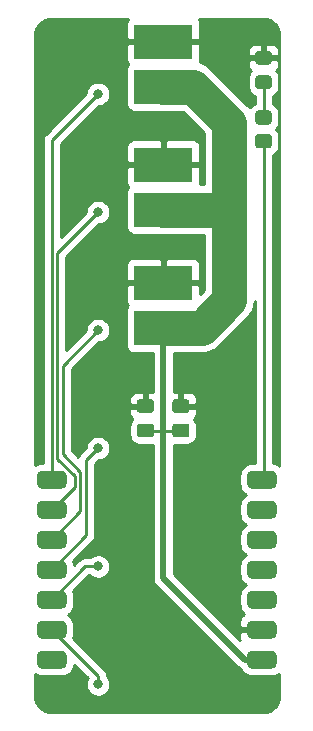
<source format=gbl>
G04 #@! TF.GenerationSoftware,KiCad,Pcbnew,5.1.9+dfsg1-1*
G04 #@! TF.CreationDate,2022-11-10T16:00:35+09:00*
G04 #@! TF.ProjectId,esp32-button,65737033-322d-4627-9574-746f6e2e6b69,rev?*
G04 #@! TF.SameCoordinates,Original*
G04 #@! TF.FileFunction,Copper,L2,Bot*
G04 #@! TF.FilePolarity,Positive*
%FSLAX46Y46*%
G04 Gerber Fmt 4.6, Leading zero omitted, Abs format (unit mm)*
G04 Created by KiCad (PCBNEW 5.1.9+dfsg1-1) date 2022-11-10 16:00:35*
%MOMM*%
%LPD*%
G01*
G04 APERTURE LIST*
G04 #@! TA.AperFunction,SMDPad,CuDef*
%ADD10R,5.000000X3.000000*%
G04 #@! TD*
G04 #@! TA.AperFunction,ViaPad*
%ADD11C,0.800000*%
G04 #@! TD*
G04 #@! TA.AperFunction,Conductor*
%ADD12C,0.250000*%
G04 #@! TD*
G04 #@! TA.AperFunction,Conductor*
%ADD13C,0.500000*%
G04 #@! TD*
G04 #@! TA.AperFunction,Conductor*
%ADD14C,3.000000*%
G04 #@! TD*
G04 #@! TA.AperFunction,Conductor*
%ADD15C,0.254000*%
G04 #@! TD*
G04 #@! TA.AperFunction,Conductor*
%ADD16C,0.100000*%
G04 #@! TD*
G04 APERTURE END LIST*
G04 #@! TA.AperFunction,SMDPad,CuDef*
G36*
G01*
X145975000Y-101087500D02*
X145025000Y-101087500D01*
G75*
G02*
X144775000Y-100837500I0J250000D01*
G01*
X144775000Y-100162500D01*
G75*
G02*
X145025000Y-99912500I250000J0D01*
G01*
X145975000Y-99912500D01*
G75*
G02*
X146225000Y-100162500I0J-250000D01*
G01*
X146225000Y-100837500D01*
G75*
G02*
X145975000Y-101087500I-250000J0D01*
G01*
G37*
G04 #@! TD.AperFunction*
G04 #@! TA.AperFunction,SMDPad,CuDef*
G36*
G01*
X145975000Y-99012500D02*
X145025000Y-99012500D01*
G75*
G02*
X144775000Y-98762500I0J250000D01*
G01*
X144775000Y-98087500D01*
G75*
G02*
X145025000Y-97837500I250000J0D01*
G01*
X145975000Y-97837500D01*
G75*
G02*
X146225000Y-98087500I0J-250000D01*
G01*
X146225000Y-98762500D01*
G75*
G02*
X145975000Y-99012500I-250000J0D01*
G01*
G37*
G04 #@! TD.AperFunction*
G04 #@! TA.AperFunction,SMDPad,CuDef*
G36*
G01*
X142975000Y-99012500D02*
X142025000Y-99012500D01*
G75*
G02*
X141775000Y-98762500I0J250000D01*
G01*
X141775000Y-98087500D01*
G75*
G02*
X142025000Y-97837500I250000J0D01*
G01*
X142975000Y-97837500D01*
G75*
G02*
X143225000Y-98087500I0J-250000D01*
G01*
X143225000Y-98762500D01*
G75*
G02*
X142975000Y-99012500I-250000J0D01*
G01*
G37*
G04 #@! TD.AperFunction*
G04 #@! TA.AperFunction,SMDPad,CuDef*
G36*
G01*
X142975000Y-101087500D02*
X142025000Y-101087500D01*
G75*
G02*
X141775000Y-100837500I0J250000D01*
G01*
X141775000Y-100162500D01*
G75*
G02*
X142025000Y-99912500I250000J0D01*
G01*
X142975000Y-99912500D01*
G75*
G02*
X143225000Y-100162500I0J-250000D01*
G01*
X143225000Y-100837500D01*
G75*
G02*
X142975000Y-101087500I-250000J0D01*
G01*
G37*
G04 #@! TD.AperFunction*
G04 #@! TA.AperFunction,SMDPad,CuDef*
G36*
G01*
X152049999Y-68375000D02*
X152950001Y-68375000D01*
G75*
G02*
X153200000Y-68624999I0J-249999D01*
G01*
X153200000Y-69275001D01*
G75*
G02*
X152950001Y-69525000I-249999J0D01*
G01*
X152049999Y-69525000D01*
G75*
G02*
X151800000Y-69275001I0J249999D01*
G01*
X151800000Y-68624999D01*
G75*
G02*
X152049999Y-68375000I249999J0D01*
G01*
G37*
G04 #@! TD.AperFunction*
G04 #@! TA.AperFunction,SMDPad,CuDef*
G36*
G01*
X152049999Y-70425000D02*
X152950001Y-70425000D01*
G75*
G02*
X153200000Y-70674999I0J-249999D01*
G01*
X153200000Y-71325001D01*
G75*
G02*
X152950001Y-71575000I-249999J0D01*
G01*
X152049999Y-71575000D01*
G75*
G02*
X151800000Y-71325001I0J249999D01*
G01*
X151800000Y-70674999D01*
G75*
G02*
X152049999Y-70425000I249999J0D01*
G01*
G37*
G04 #@! TD.AperFunction*
D10*
X144000000Y-88000000D03*
X144000000Y-91810000D03*
G04 #@! TA.AperFunction,SMDPad,CuDef*
G36*
G01*
X152049999Y-75400000D02*
X152950001Y-75400000D01*
G75*
G02*
X153200000Y-75649999I0J-249999D01*
G01*
X153200000Y-76350001D01*
G75*
G02*
X152950001Y-76600000I-249999J0D01*
G01*
X152049999Y-76600000D01*
G75*
G02*
X151800000Y-76350001I0J249999D01*
G01*
X151800000Y-75649999D01*
G75*
G02*
X152049999Y-75400000I249999J0D01*
G01*
G37*
G04 #@! TD.AperFunction*
G04 #@! TA.AperFunction,SMDPad,CuDef*
G36*
G01*
X152049999Y-73400000D02*
X152950001Y-73400000D01*
G75*
G02*
X153200000Y-73649999I0J-249999D01*
G01*
X153200000Y-74350001D01*
G75*
G02*
X152950001Y-74600000I-249999J0D01*
G01*
X152049999Y-74600000D01*
G75*
G02*
X151800000Y-74350001I0J249999D01*
G01*
X151800000Y-73649999D01*
G75*
G02*
X152049999Y-73400000I249999J0D01*
G01*
G37*
G04 #@! TD.AperFunction*
G04 #@! TA.AperFunction,SMDPad,CuDef*
G36*
G01*
X133320000Y-120275000D02*
X133320000Y-119525000D01*
G75*
G02*
X133695000Y-119150000I375000J0D01*
G01*
X135445000Y-119150000D01*
G75*
G02*
X135820000Y-119525000I0J-375000D01*
G01*
X135820000Y-120275000D01*
G75*
G02*
X135445000Y-120650000I-375000J0D01*
G01*
X133695000Y-120650000D01*
G75*
G02*
X133320000Y-120275000I0J375000D01*
G01*
G37*
G04 #@! TD.AperFunction*
G04 #@! TA.AperFunction,SMDPad,CuDef*
G36*
G01*
X133320000Y-117735000D02*
X133320000Y-116985000D01*
G75*
G02*
X133695000Y-116610000I375000J0D01*
G01*
X135445000Y-116610000D01*
G75*
G02*
X135820000Y-116985000I0J-375000D01*
G01*
X135820000Y-117735000D01*
G75*
G02*
X135445000Y-118110000I-375000J0D01*
G01*
X133695000Y-118110000D01*
G75*
G02*
X133320000Y-117735000I0J375000D01*
G01*
G37*
G04 #@! TD.AperFunction*
G04 #@! TA.AperFunction,SMDPad,CuDef*
G36*
G01*
X133320000Y-115195000D02*
X133320000Y-114445000D01*
G75*
G02*
X133695000Y-114070000I375000J0D01*
G01*
X135445000Y-114070000D01*
G75*
G02*
X135820000Y-114445000I0J-375000D01*
G01*
X135820000Y-115195000D01*
G75*
G02*
X135445000Y-115570000I-375000J0D01*
G01*
X133695000Y-115570000D01*
G75*
G02*
X133320000Y-115195000I0J375000D01*
G01*
G37*
G04 #@! TD.AperFunction*
G04 #@! TA.AperFunction,SMDPad,CuDef*
G36*
G01*
X133320000Y-112655000D02*
X133320000Y-111905000D01*
G75*
G02*
X133695000Y-111530000I375000J0D01*
G01*
X135445000Y-111530000D01*
G75*
G02*
X135820000Y-111905000I0J-375000D01*
G01*
X135820000Y-112655000D01*
G75*
G02*
X135445000Y-113030000I-375000J0D01*
G01*
X133695000Y-113030000D01*
G75*
G02*
X133320000Y-112655000I0J375000D01*
G01*
G37*
G04 #@! TD.AperFunction*
G04 #@! TA.AperFunction,SMDPad,CuDef*
G36*
G01*
X133320000Y-110115000D02*
X133320000Y-109365000D01*
G75*
G02*
X133695000Y-108990000I375000J0D01*
G01*
X135445000Y-108990000D01*
G75*
G02*
X135820000Y-109365000I0J-375000D01*
G01*
X135820000Y-110115000D01*
G75*
G02*
X135445000Y-110490000I-375000J0D01*
G01*
X133695000Y-110490000D01*
G75*
G02*
X133320000Y-110115000I0J375000D01*
G01*
G37*
G04 #@! TD.AperFunction*
G04 #@! TA.AperFunction,SMDPad,CuDef*
G36*
G01*
X133320000Y-107575000D02*
X133320000Y-106825000D01*
G75*
G02*
X133695000Y-106450000I375000J0D01*
G01*
X135445000Y-106450000D01*
G75*
G02*
X135820000Y-106825000I0J-375000D01*
G01*
X135820000Y-107575000D01*
G75*
G02*
X135445000Y-107950000I-375000J0D01*
G01*
X133695000Y-107950000D01*
G75*
G02*
X133320000Y-107575000I0J375000D01*
G01*
G37*
G04 #@! TD.AperFunction*
G04 #@! TA.AperFunction,SMDPad,CuDef*
G36*
G01*
X133320000Y-105035000D02*
X133320000Y-104285000D01*
G75*
G02*
X133695000Y-103910000I375000J0D01*
G01*
X135445000Y-103910000D01*
G75*
G02*
X135820000Y-104285000I0J-375000D01*
G01*
X135820000Y-105035000D01*
G75*
G02*
X135445000Y-105410000I-375000J0D01*
G01*
X133695000Y-105410000D01*
G75*
G02*
X133320000Y-105035000I0J375000D01*
G01*
G37*
G04 #@! TD.AperFunction*
G04 #@! TA.AperFunction,SMDPad,CuDef*
G36*
G01*
X151100000Y-105035000D02*
X151100000Y-104285000D01*
G75*
G02*
X151475000Y-103910000I375000J0D01*
G01*
X153225000Y-103910000D01*
G75*
G02*
X153600000Y-104285000I0J-375000D01*
G01*
X153600000Y-105035000D01*
G75*
G02*
X153225000Y-105410000I-375000J0D01*
G01*
X151475000Y-105410000D01*
G75*
G02*
X151100000Y-105035000I0J375000D01*
G01*
G37*
G04 #@! TD.AperFunction*
G04 #@! TA.AperFunction,SMDPad,CuDef*
G36*
G01*
X151100000Y-107575000D02*
X151100000Y-106825000D01*
G75*
G02*
X151475000Y-106450000I375000J0D01*
G01*
X153225000Y-106450000D01*
G75*
G02*
X153600000Y-106825000I0J-375000D01*
G01*
X153600000Y-107575000D01*
G75*
G02*
X153225000Y-107950000I-375000J0D01*
G01*
X151475000Y-107950000D01*
G75*
G02*
X151100000Y-107575000I0J375000D01*
G01*
G37*
G04 #@! TD.AperFunction*
G04 #@! TA.AperFunction,SMDPad,CuDef*
G36*
G01*
X151100000Y-110115000D02*
X151100000Y-109365000D01*
G75*
G02*
X151475000Y-108990000I375000J0D01*
G01*
X153225000Y-108990000D01*
G75*
G02*
X153600000Y-109365000I0J-375000D01*
G01*
X153600000Y-110115000D01*
G75*
G02*
X153225000Y-110490000I-375000J0D01*
G01*
X151475000Y-110490000D01*
G75*
G02*
X151100000Y-110115000I0J375000D01*
G01*
G37*
G04 #@! TD.AperFunction*
G04 #@! TA.AperFunction,SMDPad,CuDef*
G36*
G01*
X151100000Y-112655000D02*
X151100000Y-111905000D01*
G75*
G02*
X151475000Y-111530000I375000J0D01*
G01*
X153225000Y-111530000D01*
G75*
G02*
X153600000Y-111905000I0J-375000D01*
G01*
X153600000Y-112655000D01*
G75*
G02*
X153225000Y-113030000I-375000J0D01*
G01*
X151475000Y-113030000D01*
G75*
G02*
X151100000Y-112655000I0J375000D01*
G01*
G37*
G04 #@! TD.AperFunction*
G04 #@! TA.AperFunction,SMDPad,CuDef*
G36*
G01*
X151100000Y-115195000D02*
X151100000Y-114445000D01*
G75*
G02*
X151475000Y-114070000I375000J0D01*
G01*
X153225000Y-114070000D01*
G75*
G02*
X153600000Y-114445000I0J-375000D01*
G01*
X153600000Y-115195000D01*
G75*
G02*
X153225000Y-115570000I-375000J0D01*
G01*
X151475000Y-115570000D01*
G75*
G02*
X151100000Y-115195000I0J375000D01*
G01*
G37*
G04 #@! TD.AperFunction*
G04 #@! TA.AperFunction,SMDPad,CuDef*
G36*
G01*
X151100000Y-117735000D02*
X151100000Y-116985000D01*
G75*
G02*
X151475000Y-116610000I375000J0D01*
G01*
X153225000Y-116610000D01*
G75*
G02*
X153600000Y-116985000I0J-375000D01*
G01*
X153600000Y-117735000D01*
G75*
G02*
X153225000Y-118110000I-375000J0D01*
G01*
X151475000Y-118110000D01*
G75*
G02*
X151100000Y-117735000I0J375000D01*
G01*
G37*
G04 #@! TD.AperFunction*
G04 #@! TA.AperFunction,SMDPad,CuDef*
G36*
G01*
X151100000Y-120275000D02*
X151100000Y-119525000D01*
G75*
G02*
X151475000Y-119150000I375000J0D01*
G01*
X153225000Y-119150000D01*
G75*
G02*
X153600000Y-119525000I0J-375000D01*
G01*
X153600000Y-120275000D01*
G75*
G02*
X153225000Y-120650000I-375000J0D01*
G01*
X151475000Y-120650000D01*
G75*
G02*
X151100000Y-120275000I0J375000D01*
G01*
G37*
G04 #@! TD.AperFunction*
X144018000Y-77978000D03*
X144018000Y-81788000D03*
X144018000Y-71374000D03*
X144018000Y-67564000D03*
D11*
X140000000Y-99500000D03*
X140000000Y-119500000D03*
X140000000Y-109500000D03*
X148000000Y-109500000D03*
X140000000Y-89500000D03*
X140000000Y-79500000D03*
X140000000Y-69500000D03*
X148000000Y-69500000D03*
X148000000Y-99500000D03*
X148000000Y-119500000D03*
X138500000Y-122000000D03*
X138500000Y-112000000D03*
X138500000Y-102000000D03*
X138500000Y-92000000D03*
X138500000Y-82000000D03*
X138500000Y-72000000D03*
D12*
X142500000Y-100500000D02*
X144000000Y-100500000D01*
D13*
X144000000Y-100500000D02*
X144000000Y-91810000D01*
D12*
X144000000Y-100500000D02*
X145500000Y-100500000D01*
D13*
X150900000Y-119900000D02*
X144000000Y-113000000D01*
X152350000Y-119900000D02*
X150900000Y-119900000D01*
X144000000Y-113000000D02*
X144000000Y-100500000D01*
D14*
X144018000Y-71374000D02*
X146558000Y-71374000D01*
X146558000Y-71374000D02*
X149606000Y-74422000D01*
X147250002Y-91810000D02*
X144000000Y-91810000D01*
X149606000Y-89454002D02*
X147250002Y-91810000D01*
X149098000Y-81788000D02*
X149606000Y-81280000D01*
X144018000Y-81788000D02*
X149098000Y-81788000D01*
X149606000Y-81280000D02*
X149606000Y-89454002D01*
X149606000Y-74422000D02*
X149606000Y-81280000D01*
D12*
X152500000Y-71000000D02*
X152500000Y-74000000D01*
X138500000Y-121290000D02*
X138500000Y-122000000D01*
X134570000Y-117360000D02*
X138500000Y-121290000D01*
X137390000Y-112000000D02*
X134570000Y-114820000D01*
X138500000Y-112000000D02*
X137390000Y-112000000D01*
X134570000Y-112280000D02*
X137500000Y-109350000D01*
X137500000Y-103000000D02*
X138500000Y-102000000D01*
X137500000Y-109350000D02*
X137500000Y-103000000D01*
X135500000Y-95000000D02*
X138500000Y-92000000D01*
X135500000Y-102500000D02*
X135500000Y-95000000D01*
X137000000Y-107310000D02*
X137000000Y-104000000D01*
X137000000Y-104000000D02*
X135500000Y-102500000D01*
X134570000Y-109740000D02*
X137000000Y-107310000D01*
X134570000Y-107200000D02*
X136500000Y-105270000D01*
X136500000Y-104350034D02*
X135020010Y-102870044D01*
X136500000Y-105270000D02*
X136500000Y-104350034D01*
X135020010Y-85479990D02*
X138500000Y-82000000D01*
X135020010Y-102870044D02*
X135020010Y-85479990D01*
X134570000Y-75930000D02*
X138500000Y-72000000D01*
X134570000Y-104660000D02*
X134570000Y-75930000D01*
X152500000Y-104510000D02*
X152350000Y-104660000D01*
X152500000Y-76000000D02*
X152500000Y-104510000D01*
D15*
X140987463Y-65709506D02*
X140928498Y-65819820D01*
X140892188Y-65939518D01*
X140879928Y-66064000D01*
X140883000Y-67278250D01*
X141041750Y-67437000D01*
X143891000Y-67437000D01*
X143891000Y-67417000D01*
X144145000Y-67417000D01*
X144145000Y-67437000D01*
X146994250Y-67437000D01*
X147153000Y-67278250D01*
X147156072Y-66064000D01*
X147143812Y-65939518D01*
X147107502Y-65819820D01*
X147048537Y-65709506D01*
X147007909Y-65660000D01*
X152467721Y-65660000D01*
X152759659Y-65688625D01*
X153009429Y-65764035D01*
X153239792Y-65886522D01*
X153441980Y-66051422D01*
X153608286Y-66252450D01*
X153732378Y-66481954D01*
X153809531Y-66731195D01*
X153840001Y-67021098D01*
X153840000Y-103485474D01*
X153787833Y-103442661D01*
X153612686Y-103349044D01*
X153422641Y-103291394D01*
X153260000Y-103275375D01*
X153260000Y-77179527D01*
X153289851Y-77170472D01*
X153443387Y-77088405D01*
X153577962Y-76977962D01*
X153688405Y-76843387D01*
X153770472Y-76689851D01*
X153821008Y-76523255D01*
X153838072Y-76350001D01*
X153838072Y-75649999D01*
X153821008Y-75476745D01*
X153770472Y-75310149D01*
X153688405Y-75156613D01*
X153577962Y-75022038D01*
X153551109Y-75000000D01*
X153577962Y-74977962D01*
X153688405Y-74843387D01*
X153770472Y-74689851D01*
X153821008Y-74523255D01*
X153838072Y-74350001D01*
X153838072Y-73649999D01*
X153821008Y-73476745D01*
X153770472Y-73310149D01*
X153688405Y-73156613D01*
X153577962Y-73022038D01*
X153443387Y-72911595D01*
X153289851Y-72829528D01*
X153260000Y-72820473D01*
X153260000Y-72154527D01*
X153289851Y-72145472D01*
X153443387Y-72063405D01*
X153577962Y-71952962D01*
X153688405Y-71818387D01*
X153770472Y-71664851D01*
X153821008Y-71498255D01*
X153838072Y-71325001D01*
X153838072Y-70674999D01*
X153821008Y-70501745D01*
X153770472Y-70335149D01*
X153688405Y-70181613D01*
X153577962Y-70047038D01*
X153571406Y-70041658D01*
X153651185Y-69976185D01*
X153730537Y-69879494D01*
X153789502Y-69769180D01*
X153825812Y-69649482D01*
X153838072Y-69525000D01*
X153835000Y-69235750D01*
X153676250Y-69077000D01*
X152627000Y-69077000D01*
X152627000Y-69097000D01*
X152373000Y-69097000D01*
X152373000Y-69077000D01*
X151323750Y-69077000D01*
X151165000Y-69235750D01*
X151161928Y-69525000D01*
X151174188Y-69649482D01*
X151210498Y-69769180D01*
X151269463Y-69879494D01*
X151348815Y-69976185D01*
X151428594Y-70041658D01*
X151422038Y-70047038D01*
X151311595Y-70181613D01*
X151229528Y-70335149D01*
X151178992Y-70501745D01*
X151161928Y-70674999D01*
X151161928Y-71325001D01*
X151178992Y-71498255D01*
X151229528Y-71664851D01*
X151311595Y-71818387D01*
X151422038Y-71952962D01*
X151556613Y-72063405D01*
X151710149Y-72145472D01*
X151740000Y-72154527D01*
X151740001Y-72820473D01*
X151710149Y-72829528D01*
X151556613Y-72911595D01*
X151422038Y-73022038D01*
X151320524Y-73145734D01*
X151122977Y-72905023D01*
X151041513Y-72838167D01*
X148141837Y-69938492D01*
X148074977Y-69857023D01*
X147749881Y-69590223D01*
X147378982Y-69391974D01*
X147106839Y-69309420D01*
X147107502Y-69308180D01*
X147143812Y-69188482D01*
X147156072Y-69064000D01*
X147154329Y-68375000D01*
X151161928Y-68375000D01*
X151165000Y-68664250D01*
X151323750Y-68823000D01*
X152373000Y-68823000D01*
X152373000Y-67898750D01*
X152627000Y-67898750D01*
X152627000Y-68823000D01*
X153676250Y-68823000D01*
X153835000Y-68664250D01*
X153838072Y-68375000D01*
X153825812Y-68250518D01*
X153789502Y-68130820D01*
X153730537Y-68020506D01*
X153651185Y-67923815D01*
X153554494Y-67844463D01*
X153444180Y-67785498D01*
X153324482Y-67749188D01*
X153200000Y-67736928D01*
X152785750Y-67740000D01*
X152627000Y-67898750D01*
X152373000Y-67898750D01*
X152214250Y-67740000D01*
X151800000Y-67736928D01*
X151675518Y-67749188D01*
X151555820Y-67785498D01*
X151445506Y-67844463D01*
X151348815Y-67923815D01*
X151269463Y-68020506D01*
X151210498Y-68130820D01*
X151174188Y-68250518D01*
X151161928Y-68375000D01*
X147154329Y-68375000D01*
X147153000Y-67849750D01*
X146994250Y-67691000D01*
X144145000Y-67691000D01*
X144145000Y-67711000D01*
X143891000Y-67711000D01*
X143891000Y-67691000D01*
X141041750Y-67691000D01*
X140883000Y-67849750D01*
X140879928Y-69064000D01*
X140892188Y-69188482D01*
X140928498Y-69308180D01*
X140987463Y-69418494D01*
X141028912Y-69469000D01*
X140987463Y-69519506D01*
X140928498Y-69629820D01*
X140892188Y-69749518D01*
X140879928Y-69874000D01*
X140879928Y-72874000D01*
X140892188Y-72998482D01*
X140928498Y-73118180D01*
X140987463Y-73228494D01*
X141066815Y-73325185D01*
X141163506Y-73404537D01*
X141273820Y-73463502D01*
X141393518Y-73499812D01*
X141518000Y-73512072D01*
X145676727Y-73512072D01*
X147471000Y-75306346D01*
X147471001Y-79653000D01*
X147128488Y-79653000D01*
X147143812Y-79602482D01*
X147156072Y-79478000D01*
X147153000Y-78263750D01*
X146994250Y-78105000D01*
X144145000Y-78105000D01*
X144145000Y-78125000D01*
X143891000Y-78125000D01*
X143891000Y-78105000D01*
X141041750Y-78105000D01*
X140883000Y-78263750D01*
X140879928Y-79478000D01*
X140892188Y-79602482D01*
X140928498Y-79722180D01*
X140987463Y-79832494D01*
X141028912Y-79883000D01*
X140987463Y-79933506D01*
X140928498Y-80043820D01*
X140892188Y-80163518D01*
X140879928Y-80288000D01*
X140879928Y-83288000D01*
X140892188Y-83412482D01*
X140928498Y-83532180D01*
X140987463Y-83642494D01*
X141066815Y-83739185D01*
X141163506Y-83818537D01*
X141273820Y-83877502D01*
X141393518Y-83913812D01*
X141518000Y-83926072D01*
X146518000Y-83926072D01*
X146549192Y-83923000D01*
X147471000Y-83923000D01*
X147471001Y-88569655D01*
X147136564Y-88904092D01*
X147135000Y-88285750D01*
X146976250Y-88127000D01*
X144127000Y-88127000D01*
X144127000Y-88147000D01*
X143873000Y-88147000D01*
X143873000Y-88127000D01*
X141023750Y-88127000D01*
X140865000Y-88285750D01*
X140861928Y-89500000D01*
X140874188Y-89624482D01*
X140910498Y-89744180D01*
X140969463Y-89854494D01*
X141010912Y-89905000D01*
X140969463Y-89955506D01*
X140910498Y-90065820D01*
X140874188Y-90185518D01*
X140861928Y-90310000D01*
X140861928Y-93310000D01*
X140874188Y-93434482D01*
X140910498Y-93554180D01*
X140969463Y-93664494D01*
X141048815Y-93761185D01*
X141145506Y-93840537D01*
X141255820Y-93899502D01*
X141375518Y-93935812D01*
X141500000Y-93948072D01*
X143115001Y-93948072D01*
X143115000Y-97200197D01*
X142785750Y-97202500D01*
X142627000Y-97361250D01*
X142627000Y-98298000D01*
X142647000Y-98298000D01*
X142647000Y-98552000D01*
X142627000Y-98552000D01*
X142627000Y-98572000D01*
X142373000Y-98572000D01*
X142373000Y-98552000D01*
X141298750Y-98552000D01*
X141140000Y-98710750D01*
X141136928Y-99012500D01*
X141149188Y-99136982D01*
X141185498Y-99256680D01*
X141244463Y-99366994D01*
X141323815Y-99463685D01*
X141403594Y-99529158D01*
X141397038Y-99534538D01*
X141286595Y-99669114D01*
X141204528Y-99822650D01*
X141153992Y-99989246D01*
X141136928Y-100162500D01*
X141136928Y-100837500D01*
X141153992Y-101010754D01*
X141204528Y-101177350D01*
X141286595Y-101330886D01*
X141397038Y-101465462D01*
X141531614Y-101575905D01*
X141685150Y-101657972D01*
X141851746Y-101708508D01*
X142025000Y-101725572D01*
X142975000Y-101725572D01*
X143115001Y-101711783D01*
X143115000Y-112956531D01*
X143110719Y-113000000D01*
X143115000Y-113043469D01*
X143115000Y-113043476D01*
X143127805Y-113173489D01*
X143178411Y-113340312D01*
X143260589Y-113494058D01*
X143371183Y-113628817D01*
X143404956Y-113656534D01*
X150243470Y-120495049D01*
X150271183Y-120528817D01*
X150304951Y-120556530D01*
X150304953Y-120556532D01*
X150405941Y-120639411D01*
X150559686Y-120721589D01*
X150572626Y-120725514D01*
X150632661Y-120837833D01*
X150758650Y-120991350D01*
X150912167Y-121117339D01*
X151087314Y-121210956D01*
X151277359Y-121268606D01*
X151475000Y-121288072D01*
X153225000Y-121288072D01*
X153422641Y-121268606D01*
X153612686Y-121210956D01*
X153787833Y-121117339D01*
X153840000Y-121074526D01*
X153840000Y-122967721D01*
X153811375Y-123259660D01*
X153735965Y-123509429D01*
X153613477Y-123739794D01*
X153448579Y-123941979D01*
X153247546Y-124108288D01*
X153018046Y-124232378D01*
X152768805Y-124309531D01*
X152478911Y-124340000D01*
X134532279Y-124340000D01*
X134240340Y-124311375D01*
X133990571Y-124235965D01*
X133760206Y-124113477D01*
X133558021Y-123948579D01*
X133391712Y-123747546D01*
X133267622Y-123518046D01*
X133190469Y-123268805D01*
X133160000Y-122978911D01*
X133160000Y-121132216D01*
X133307314Y-121210956D01*
X133497359Y-121268606D01*
X133695000Y-121288072D01*
X135445000Y-121288072D01*
X135642641Y-121268606D01*
X135832686Y-121210956D01*
X136007833Y-121117339D01*
X136161350Y-120991350D01*
X136287339Y-120837833D01*
X136380956Y-120662686D01*
X136438606Y-120472641D01*
X136453780Y-120318581D01*
X137607688Y-121472489D01*
X137582795Y-121509744D01*
X137504774Y-121698102D01*
X137465000Y-121898061D01*
X137465000Y-122101939D01*
X137504774Y-122301898D01*
X137582795Y-122490256D01*
X137696063Y-122659774D01*
X137840226Y-122803937D01*
X138009744Y-122917205D01*
X138198102Y-122995226D01*
X138398061Y-123035000D01*
X138601939Y-123035000D01*
X138801898Y-122995226D01*
X138990256Y-122917205D01*
X139159774Y-122803937D01*
X139303937Y-122659774D01*
X139417205Y-122490256D01*
X139495226Y-122301898D01*
X139535000Y-122101939D01*
X139535000Y-121898061D01*
X139495226Y-121698102D01*
X139417205Y-121509744D01*
X139303937Y-121340226D01*
X139262782Y-121299071D01*
X139263676Y-121289999D01*
X139260000Y-121252676D01*
X139260000Y-121252667D01*
X139249003Y-121141014D01*
X139205546Y-120997753D01*
X139134974Y-120865724D01*
X139040001Y-120749999D01*
X139011004Y-120726202D01*
X136387131Y-118102330D01*
X136438606Y-117932641D01*
X136458072Y-117735000D01*
X136458072Y-116985000D01*
X136438606Y-116787359D01*
X136380956Y-116597314D01*
X136287339Y-116422167D01*
X136161350Y-116268650D01*
X136007833Y-116142661D01*
X135909310Y-116090000D01*
X136007833Y-116037339D01*
X136161350Y-115911350D01*
X136287339Y-115757833D01*
X136380956Y-115582686D01*
X136438606Y-115392641D01*
X136458072Y-115195000D01*
X136458072Y-114445000D01*
X136438606Y-114247359D01*
X136387131Y-114077670D01*
X137704802Y-112760000D01*
X137796289Y-112760000D01*
X137840226Y-112803937D01*
X138009744Y-112917205D01*
X138198102Y-112995226D01*
X138398061Y-113035000D01*
X138601939Y-113035000D01*
X138801898Y-112995226D01*
X138990256Y-112917205D01*
X139159774Y-112803937D01*
X139303937Y-112659774D01*
X139417205Y-112490256D01*
X139495226Y-112301898D01*
X139535000Y-112101939D01*
X139535000Y-111898061D01*
X139495226Y-111698102D01*
X139417205Y-111509744D01*
X139303937Y-111340226D01*
X139159774Y-111196063D01*
X138990256Y-111082795D01*
X138801898Y-111004774D01*
X138601939Y-110965000D01*
X138398061Y-110965000D01*
X138198102Y-111004774D01*
X138009744Y-111082795D01*
X137840226Y-111196063D01*
X137796289Y-111240000D01*
X137427322Y-111240000D01*
X137389999Y-111236324D01*
X137352676Y-111240000D01*
X137352667Y-111240000D01*
X137241014Y-111250997D01*
X137097753Y-111294454D01*
X136965724Y-111365026D01*
X136849999Y-111459999D01*
X136826201Y-111488997D01*
X136453780Y-111861419D01*
X136438606Y-111707359D01*
X136387131Y-111537670D01*
X138011004Y-109913798D01*
X138040001Y-109890001D01*
X138134974Y-109774276D01*
X138205546Y-109642247D01*
X138249003Y-109498986D01*
X138260000Y-109387333D01*
X138260000Y-109387325D01*
X138263676Y-109350000D01*
X138260000Y-109312675D01*
X138260000Y-103314801D01*
X138539802Y-103035000D01*
X138601939Y-103035000D01*
X138801898Y-102995226D01*
X138990256Y-102917205D01*
X139159774Y-102803937D01*
X139303937Y-102659774D01*
X139417205Y-102490256D01*
X139495226Y-102301898D01*
X139535000Y-102101939D01*
X139535000Y-101898061D01*
X139495226Y-101698102D01*
X139417205Y-101509744D01*
X139303937Y-101340226D01*
X139159774Y-101196063D01*
X138990256Y-101082795D01*
X138801898Y-101004774D01*
X138601939Y-100965000D01*
X138398061Y-100965000D01*
X138198102Y-101004774D01*
X138009744Y-101082795D01*
X137840226Y-101196063D01*
X137696063Y-101340226D01*
X137582795Y-101509744D01*
X137504774Y-101698102D01*
X137465000Y-101898061D01*
X137465000Y-101960198D01*
X136988998Y-102436201D01*
X136960000Y-102459999D01*
X136936202Y-102488997D01*
X136936201Y-102488998D01*
X136865026Y-102575724D01*
X136794454Y-102707754D01*
X136791685Y-102716883D01*
X136260000Y-102185199D01*
X136260000Y-97837500D01*
X141136928Y-97837500D01*
X141140000Y-98139250D01*
X141298750Y-98298000D01*
X142373000Y-98298000D01*
X142373000Y-97361250D01*
X142214250Y-97202500D01*
X141775000Y-97199428D01*
X141650518Y-97211688D01*
X141530820Y-97247998D01*
X141420506Y-97306963D01*
X141323815Y-97386315D01*
X141244463Y-97483006D01*
X141185498Y-97593320D01*
X141149188Y-97713018D01*
X141136928Y-97837500D01*
X136260000Y-97837500D01*
X136260000Y-95314801D01*
X138539802Y-93035000D01*
X138601939Y-93035000D01*
X138801898Y-92995226D01*
X138990256Y-92917205D01*
X139159774Y-92803937D01*
X139303937Y-92659774D01*
X139417205Y-92490256D01*
X139495226Y-92301898D01*
X139535000Y-92101939D01*
X139535000Y-91898061D01*
X139495226Y-91698102D01*
X139417205Y-91509744D01*
X139303937Y-91340226D01*
X139159774Y-91196063D01*
X138990256Y-91082795D01*
X138801898Y-91004774D01*
X138601939Y-90965000D01*
X138398061Y-90965000D01*
X138198102Y-91004774D01*
X138009744Y-91082795D01*
X137840226Y-91196063D01*
X137696063Y-91340226D01*
X137582795Y-91509744D01*
X137504774Y-91698102D01*
X137465000Y-91898061D01*
X137465000Y-91960198D01*
X135780010Y-93645189D01*
X135780010Y-86500000D01*
X140861928Y-86500000D01*
X140865000Y-87714250D01*
X141023750Y-87873000D01*
X143873000Y-87873000D01*
X143873000Y-86023750D01*
X144127000Y-86023750D01*
X144127000Y-87873000D01*
X146976250Y-87873000D01*
X147135000Y-87714250D01*
X147138072Y-86500000D01*
X147125812Y-86375518D01*
X147089502Y-86255820D01*
X147030537Y-86145506D01*
X146951185Y-86048815D01*
X146854494Y-85969463D01*
X146744180Y-85910498D01*
X146624482Y-85874188D01*
X146500000Y-85861928D01*
X144285750Y-85865000D01*
X144127000Y-86023750D01*
X143873000Y-86023750D01*
X143714250Y-85865000D01*
X141500000Y-85861928D01*
X141375518Y-85874188D01*
X141255820Y-85910498D01*
X141145506Y-85969463D01*
X141048815Y-86048815D01*
X140969463Y-86145506D01*
X140910498Y-86255820D01*
X140874188Y-86375518D01*
X140861928Y-86500000D01*
X135780010Y-86500000D01*
X135780010Y-85794791D01*
X138539802Y-83035000D01*
X138601939Y-83035000D01*
X138801898Y-82995226D01*
X138990256Y-82917205D01*
X139159774Y-82803937D01*
X139303937Y-82659774D01*
X139417205Y-82490256D01*
X139495226Y-82301898D01*
X139535000Y-82101939D01*
X139535000Y-81898061D01*
X139495226Y-81698102D01*
X139417205Y-81509744D01*
X139303937Y-81340226D01*
X139159774Y-81196063D01*
X138990256Y-81082795D01*
X138801898Y-81004774D01*
X138601939Y-80965000D01*
X138398061Y-80965000D01*
X138198102Y-81004774D01*
X138009744Y-81082795D01*
X137840226Y-81196063D01*
X137696063Y-81340226D01*
X137582795Y-81509744D01*
X137504774Y-81698102D01*
X137465000Y-81898061D01*
X137465000Y-81960198D01*
X135330000Y-84095199D01*
X135330000Y-76478000D01*
X140879928Y-76478000D01*
X140883000Y-77692250D01*
X141041750Y-77851000D01*
X143891000Y-77851000D01*
X143891000Y-76001750D01*
X144145000Y-76001750D01*
X144145000Y-77851000D01*
X146994250Y-77851000D01*
X147153000Y-77692250D01*
X147156072Y-76478000D01*
X147143812Y-76353518D01*
X147107502Y-76233820D01*
X147048537Y-76123506D01*
X146969185Y-76026815D01*
X146872494Y-75947463D01*
X146762180Y-75888498D01*
X146642482Y-75852188D01*
X146518000Y-75839928D01*
X144303750Y-75843000D01*
X144145000Y-76001750D01*
X143891000Y-76001750D01*
X143732250Y-75843000D01*
X141518000Y-75839928D01*
X141393518Y-75852188D01*
X141273820Y-75888498D01*
X141163506Y-75947463D01*
X141066815Y-76026815D01*
X140987463Y-76123506D01*
X140928498Y-76233820D01*
X140892188Y-76353518D01*
X140879928Y-76478000D01*
X135330000Y-76478000D01*
X135330000Y-76244801D01*
X138539802Y-73035000D01*
X138601939Y-73035000D01*
X138801898Y-72995226D01*
X138990256Y-72917205D01*
X139159774Y-72803937D01*
X139303937Y-72659774D01*
X139417205Y-72490256D01*
X139495226Y-72301898D01*
X139535000Y-72101939D01*
X139535000Y-71898061D01*
X139495226Y-71698102D01*
X139417205Y-71509744D01*
X139303937Y-71340226D01*
X139159774Y-71196063D01*
X138990256Y-71082795D01*
X138801898Y-71004774D01*
X138601939Y-70965000D01*
X138398061Y-70965000D01*
X138198102Y-71004774D01*
X138009744Y-71082795D01*
X137840226Y-71196063D01*
X137696063Y-71340226D01*
X137582795Y-71509744D01*
X137504774Y-71698102D01*
X137465000Y-71898061D01*
X137465000Y-71960198D01*
X134058998Y-75366201D01*
X134030000Y-75389999D01*
X134006202Y-75418997D01*
X134006201Y-75418998D01*
X133935026Y-75505724D01*
X133864454Y-75637754D01*
X133820998Y-75781015D01*
X133806324Y-75930000D01*
X133810001Y-75967333D01*
X133810000Y-103271928D01*
X133695000Y-103271928D01*
X133497359Y-103291394D01*
X133307314Y-103349044D01*
X133160000Y-103427784D01*
X133160000Y-67032279D01*
X133188625Y-66740341D01*
X133264035Y-66490571D01*
X133386522Y-66260208D01*
X133551422Y-66058020D01*
X133752450Y-65891714D01*
X133981954Y-65767622D01*
X134231195Y-65690469D01*
X134521088Y-65660000D01*
X141028091Y-65660000D01*
X140987463Y-65709506D01*
G04 #@! TA.AperFunction,Conductor*
D16*
G36*
X140987463Y-65709506D02*
G01*
X140928498Y-65819820D01*
X140892188Y-65939518D01*
X140879928Y-66064000D01*
X140883000Y-67278250D01*
X141041750Y-67437000D01*
X143891000Y-67437000D01*
X143891000Y-67417000D01*
X144145000Y-67417000D01*
X144145000Y-67437000D01*
X146994250Y-67437000D01*
X147153000Y-67278250D01*
X147156072Y-66064000D01*
X147143812Y-65939518D01*
X147107502Y-65819820D01*
X147048537Y-65709506D01*
X147007909Y-65660000D01*
X152467721Y-65660000D01*
X152759659Y-65688625D01*
X153009429Y-65764035D01*
X153239792Y-65886522D01*
X153441980Y-66051422D01*
X153608286Y-66252450D01*
X153732378Y-66481954D01*
X153809531Y-66731195D01*
X153840001Y-67021098D01*
X153840000Y-103485474D01*
X153787833Y-103442661D01*
X153612686Y-103349044D01*
X153422641Y-103291394D01*
X153260000Y-103275375D01*
X153260000Y-77179527D01*
X153289851Y-77170472D01*
X153443387Y-77088405D01*
X153577962Y-76977962D01*
X153688405Y-76843387D01*
X153770472Y-76689851D01*
X153821008Y-76523255D01*
X153838072Y-76350001D01*
X153838072Y-75649999D01*
X153821008Y-75476745D01*
X153770472Y-75310149D01*
X153688405Y-75156613D01*
X153577962Y-75022038D01*
X153551109Y-75000000D01*
X153577962Y-74977962D01*
X153688405Y-74843387D01*
X153770472Y-74689851D01*
X153821008Y-74523255D01*
X153838072Y-74350001D01*
X153838072Y-73649999D01*
X153821008Y-73476745D01*
X153770472Y-73310149D01*
X153688405Y-73156613D01*
X153577962Y-73022038D01*
X153443387Y-72911595D01*
X153289851Y-72829528D01*
X153260000Y-72820473D01*
X153260000Y-72154527D01*
X153289851Y-72145472D01*
X153443387Y-72063405D01*
X153577962Y-71952962D01*
X153688405Y-71818387D01*
X153770472Y-71664851D01*
X153821008Y-71498255D01*
X153838072Y-71325001D01*
X153838072Y-70674999D01*
X153821008Y-70501745D01*
X153770472Y-70335149D01*
X153688405Y-70181613D01*
X153577962Y-70047038D01*
X153571406Y-70041658D01*
X153651185Y-69976185D01*
X153730537Y-69879494D01*
X153789502Y-69769180D01*
X153825812Y-69649482D01*
X153838072Y-69525000D01*
X153835000Y-69235750D01*
X153676250Y-69077000D01*
X152627000Y-69077000D01*
X152627000Y-69097000D01*
X152373000Y-69097000D01*
X152373000Y-69077000D01*
X151323750Y-69077000D01*
X151165000Y-69235750D01*
X151161928Y-69525000D01*
X151174188Y-69649482D01*
X151210498Y-69769180D01*
X151269463Y-69879494D01*
X151348815Y-69976185D01*
X151428594Y-70041658D01*
X151422038Y-70047038D01*
X151311595Y-70181613D01*
X151229528Y-70335149D01*
X151178992Y-70501745D01*
X151161928Y-70674999D01*
X151161928Y-71325001D01*
X151178992Y-71498255D01*
X151229528Y-71664851D01*
X151311595Y-71818387D01*
X151422038Y-71952962D01*
X151556613Y-72063405D01*
X151710149Y-72145472D01*
X151740000Y-72154527D01*
X151740001Y-72820473D01*
X151710149Y-72829528D01*
X151556613Y-72911595D01*
X151422038Y-73022038D01*
X151320524Y-73145734D01*
X151122977Y-72905023D01*
X151041513Y-72838167D01*
X148141837Y-69938492D01*
X148074977Y-69857023D01*
X147749881Y-69590223D01*
X147378982Y-69391974D01*
X147106839Y-69309420D01*
X147107502Y-69308180D01*
X147143812Y-69188482D01*
X147156072Y-69064000D01*
X147154329Y-68375000D01*
X151161928Y-68375000D01*
X151165000Y-68664250D01*
X151323750Y-68823000D01*
X152373000Y-68823000D01*
X152373000Y-67898750D01*
X152627000Y-67898750D01*
X152627000Y-68823000D01*
X153676250Y-68823000D01*
X153835000Y-68664250D01*
X153838072Y-68375000D01*
X153825812Y-68250518D01*
X153789502Y-68130820D01*
X153730537Y-68020506D01*
X153651185Y-67923815D01*
X153554494Y-67844463D01*
X153444180Y-67785498D01*
X153324482Y-67749188D01*
X153200000Y-67736928D01*
X152785750Y-67740000D01*
X152627000Y-67898750D01*
X152373000Y-67898750D01*
X152214250Y-67740000D01*
X151800000Y-67736928D01*
X151675518Y-67749188D01*
X151555820Y-67785498D01*
X151445506Y-67844463D01*
X151348815Y-67923815D01*
X151269463Y-68020506D01*
X151210498Y-68130820D01*
X151174188Y-68250518D01*
X151161928Y-68375000D01*
X147154329Y-68375000D01*
X147153000Y-67849750D01*
X146994250Y-67691000D01*
X144145000Y-67691000D01*
X144145000Y-67711000D01*
X143891000Y-67711000D01*
X143891000Y-67691000D01*
X141041750Y-67691000D01*
X140883000Y-67849750D01*
X140879928Y-69064000D01*
X140892188Y-69188482D01*
X140928498Y-69308180D01*
X140987463Y-69418494D01*
X141028912Y-69469000D01*
X140987463Y-69519506D01*
X140928498Y-69629820D01*
X140892188Y-69749518D01*
X140879928Y-69874000D01*
X140879928Y-72874000D01*
X140892188Y-72998482D01*
X140928498Y-73118180D01*
X140987463Y-73228494D01*
X141066815Y-73325185D01*
X141163506Y-73404537D01*
X141273820Y-73463502D01*
X141393518Y-73499812D01*
X141518000Y-73512072D01*
X145676727Y-73512072D01*
X147471000Y-75306346D01*
X147471001Y-79653000D01*
X147128488Y-79653000D01*
X147143812Y-79602482D01*
X147156072Y-79478000D01*
X147153000Y-78263750D01*
X146994250Y-78105000D01*
X144145000Y-78105000D01*
X144145000Y-78125000D01*
X143891000Y-78125000D01*
X143891000Y-78105000D01*
X141041750Y-78105000D01*
X140883000Y-78263750D01*
X140879928Y-79478000D01*
X140892188Y-79602482D01*
X140928498Y-79722180D01*
X140987463Y-79832494D01*
X141028912Y-79883000D01*
X140987463Y-79933506D01*
X140928498Y-80043820D01*
X140892188Y-80163518D01*
X140879928Y-80288000D01*
X140879928Y-83288000D01*
X140892188Y-83412482D01*
X140928498Y-83532180D01*
X140987463Y-83642494D01*
X141066815Y-83739185D01*
X141163506Y-83818537D01*
X141273820Y-83877502D01*
X141393518Y-83913812D01*
X141518000Y-83926072D01*
X146518000Y-83926072D01*
X146549192Y-83923000D01*
X147471000Y-83923000D01*
X147471001Y-88569655D01*
X147136564Y-88904092D01*
X147135000Y-88285750D01*
X146976250Y-88127000D01*
X144127000Y-88127000D01*
X144127000Y-88147000D01*
X143873000Y-88147000D01*
X143873000Y-88127000D01*
X141023750Y-88127000D01*
X140865000Y-88285750D01*
X140861928Y-89500000D01*
X140874188Y-89624482D01*
X140910498Y-89744180D01*
X140969463Y-89854494D01*
X141010912Y-89905000D01*
X140969463Y-89955506D01*
X140910498Y-90065820D01*
X140874188Y-90185518D01*
X140861928Y-90310000D01*
X140861928Y-93310000D01*
X140874188Y-93434482D01*
X140910498Y-93554180D01*
X140969463Y-93664494D01*
X141048815Y-93761185D01*
X141145506Y-93840537D01*
X141255820Y-93899502D01*
X141375518Y-93935812D01*
X141500000Y-93948072D01*
X143115001Y-93948072D01*
X143115000Y-97200197D01*
X142785750Y-97202500D01*
X142627000Y-97361250D01*
X142627000Y-98298000D01*
X142647000Y-98298000D01*
X142647000Y-98552000D01*
X142627000Y-98552000D01*
X142627000Y-98572000D01*
X142373000Y-98572000D01*
X142373000Y-98552000D01*
X141298750Y-98552000D01*
X141140000Y-98710750D01*
X141136928Y-99012500D01*
X141149188Y-99136982D01*
X141185498Y-99256680D01*
X141244463Y-99366994D01*
X141323815Y-99463685D01*
X141403594Y-99529158D01*
X141397038Y-99534538D01*
X141286595Y-99669114D01*
X141204528Y-99822650D01*
X141153992Y-99989246D01*
X141136928Y-100162500D01*
X141136928Y-100837500D01*
X141153992Y-101010754D01*
X141204528Y-101177350D01*
X141286595Y-101330886D01*
X141397038Y-101465462D01*
X141531614Y-101575905D01*
X141685150Y-101657972D01*
X141851746Y-101708508D01*
X142025000Y-101725572D01*
X142975000Y-101725572D01*
X143115001Y-101711783D01*
X143115000Y-112956531D01*
X143110719Y-113000000D01*
X143115000Y-113043469D01*
X143115000Y-113043476D01*
X143127805Y-113173489D01*
X143178411Y-113340312D01*
X143260589Y-113494058D01*
X143371183Y-113628817D01*
X143404956Y-113656534D01*
X150243470Y-120495049D01*
X150271183Y-120528817D01*
X150304951Y-120556530D01*
X150304953Y-120556532D01*
X150405941Y-120639411D01*
X150559686Y-120721589D01*
X150572626Y-120725514D01*
X150632661Y-120837833D01*
X150758650Y-120991350D01*
X150912167Y-121117339D01*
X151087314Y-121210956D01*
X151277359Y-121268606D01*
X151475000Y-121288072D01*
X153225000Y-121288072D01*
X153422641Y-121268606D01*
X153612686Y-121210956D01*
X153787833Y-121117339D01*
X153840000Y-121074526D01*
X153840000Y-122967721D01*
X153811375Y-123259660D01*
X153735965Y-123509429D01*
X153613477Y-123739794D01*
X153448579Y-123941979D01*
X153247546Y-124108288D01*
X153018046Y-124232378D01*
X152768805Y-124309531D01*
X152478911Y-124340000D01*
X134532279Y-124340000D01*
X134240340Y-124311375D01*
X133990571Y-124235965D01*
X133760206Y-124113477D01*
X133558021Y-123948579D01*
X133391712Y-123747546D01*
X133267622Y-123518046D01*
X133190469Y-123268805D01*
X133160000Y-122978911D01*
X133160000Y-121132216D01*
X133307314Y-121210956D01*
X133497359Y-121268606D01*
X133695000Y-121288072D01*
X135445000Y-121288072D01*
X135642641Y-121268606D01*
X135832686Y-121210956D01*
X136007833Y-121117339D01*
X136161350Y-120991350D01*
X136287339Y-120837833D01*
X136380956Y-120662686D01*
X136438606Y-120472641D01*
X136453780Y-120318581D01*
X137607688Y-121472489D01*
X137582795Y-121509744D01*
X137504774Y-121698102D01*
X137465000Y-121898061D01*
X137465000Y-122101939D01*
X137504774Y-122301898D01*
X137582795Y-122490256D01*
X137696063Y-122659774D01*
X137840226Y-122803937D01*
X138009744Y-122917205D01*
X138198102Y-122995226D01*
X138398061Y-123035000D01*
X138601939Y-123035000D01*
X138801898Y-122995226D01*
X138990256Y-122917205D01*
X139159774Y-122803937D01*
X139303937Y-122659774D01*
X139417205Y-122490256D01*
X139495226Y-122301898D01*
X139535000Y-122101939D01*
X139535000Y-121898061D01*
X139495226Y-121698102D01*
X139417205Y-121509744D01*
X139303937Y-121340226D01*
X139262782Y-121299071D01*
X139263676Y-121289999D01*
X139260000Y-121252676D01*
X139260000Y-121252667D01*
X139249003Y-121141014D01*
X139205546Y-120997753D01*
X139134974Y-120865724D01*
X139040001Y-120749999D01*
X139011004Y-120726202D01*
X136387131Y-118102330D01*
X136438606Y-117932641D01*
X136458072Y-117735000D01*
X136458072Y-116985000D01*
X136438606Y-116787359D01*
X136380956Y-116597314D01*
X136287339Y-116422167D01*
X136161350Y-116268650D01*
X136007833Y-116142661D01*
X135909310Y-116090000D01*
X136007833Y-116037339D01*
X136161350Y-115911350D01*
X136287339Y-115757833D01*
X136380956Y-115582686D01*
X136438606Y-115392641D01*
X136458072Y-115195000D01*
X136458072Y-114445000D01*
X136438606Y-114247359D01*
X136387131Y-114077670D01*
X137704802Y-112760000D01*
X137796289Y-112760000D01*
X137840226Y-112803937D01*
X138009744Y-112917205D01*
X138198102Y-112995226D01*
X138398061Y-113035000D01*
X138601939Y-113035000D01*
X138801898Y-112995226D01*
X138990256Y-112917205D01*
X139159774Y-112803937D01*
X139303937Y-112659774D01*
X139417205Y-112490256D01*
X139495226Y-112301898D01*
X139535000Y-112101939D01*
X139535000Y-111898061D01*
X139495226Y-111698102D01*
X139417205Y-111509744D01*
X139303937Y-111340226D01*
X139159774Y-111196063D01*
X138990256Y-111082795D01*
X138801898Y-111004774D01*
X138601939Y-110965000D01*
X138398061Y-110965000D01*
X138198102Y-111004774D01*
X138009744Y-111082795D01*
X137840226Y-111196063D01*
X137796289Y-111240000D01*
X137427322Y-111240000D01*
X137389999Y-111236324D01*
X137352676Y-111240000D01*
X137352667Y-111240000D01*
X137241014Y-111250997D01*
X137097753Y-111294454D01*
X136965724Y-111365026D01*
X136849999Y-111459999D01*
X136826201Y-111488997D01*
X136453780Y-111861419D01*
X136438606Y-111707359D01*
X136387131Y-111537670D01*
X138011004Y-109913798D01*
X138040001Y-109890001D01*
X138134974Y-109774276D01*
X138205546Y-109642247D01*
X138249003Y-109498986D01*
X138260000Y-109387333D01*
X138260000Y-109387325D01*
X138263676Y-109350000D01*
X138260000Y-109312675D01*
X138260000Y-103314801D01*
X138539802Y-103035000D01*
X138601939Y-103035000D01*
X138801898Y-102995226D01*
X138990256Y-102917205D01*
X139159774Y-102803937D01*
X139303937Y-102659774D01*
X139417205Y-102490256D01*
X139495226Y-102301898D01*
X139535000Y-102101939D01*
X139535000Y-101898061D01*
X139495226Y-101698102D01*
X139417205Y-101509744D01*
X139303937Y-101340226D01*
X139159774Y-101196063D01*
X138990256Y-101082795D01*
X138801898Y-101004774D01*
X138601939Y-100965000D01*
X138398061Y-100965000D01*
X138198102Y-101004774D01*
X138009744Y-101082795D01*
X137840226Y-101196063D01*
X137696063Y-101340226D01*
X137582795Y-101509744D01*
X137504774Y-101698102D01*
X137465000Y-101898061D01*
X137465000Y-101960198D01*
X136988998Y-102436201D01*
X136960000Y-102459999D01*
X136936202Y-102488997D01*
X136936201Y-102488998D01*
X136865026Y-102575724D01*
X136794454Y-102707754D01*
X136791685Y-102716883D01*
X136260000Y-102185199D01*
X136260000Y-97837500D01*
X141136928Y-97837500D01*
X141140000Y-98139250D01*
X141298750Y-98298000D01*
X142373000Y-98298000D01*
X142373000Y-97361250D01*
X142214250Y-97202500D01*
X141775000Y-97199428D01*
X141650518Y-97211688D01*
X141530820Y-97247998D01*
X141420506Y-97306963D01*
X141323815Y-97386315D01*
X141244463Y-97483006D01*
X141185498Y-97593320D01*
X141149188Y-97713018D01*
X141136928Y-97837500D01*
X136260000Y-97837500D01*
X136260000Y-95314801D01*
X138539802Y-93035000D01*
X138601939Y-93035000D01*
X138801898Y-92995226D01*
X138990256Y-92917205D01*
X139159774Y-92803937D01*
X139303937Y-92659774D01*
X139417205Y-92490256D01*
X139495226Y-92301898D01*
X139535000Y-92101939D01*
X139535000Y-91898061D01*
X139495226Y-91698102D01*
X139417205Y-91509744D01*
X139303937Y-91340226D01*
X139159774Y-91196063D01*
X138990256Y-91082795D01*
X138801898Y-91004774D01*
X138601939Y-90965000D01*
X138398061Y-90965000D01*
X138198102Y-91004774D01*
X138009744Y-91082795D01*
X137840226Y-91196063D01*
X137696063Y-91340226D01*
X137582795Y-91509744D01*
X137504774Y-91698102D01*
X137465000Y-91898061D01*
X137465000Y-91960198D01*
X135780010Y-93645189D01*
X135780010Y-86500000D01*
X140861928Y-86500000D01*
X140865000Y-87714250D01*
X141023750Y-87873000D01*
X143873000Y-87873000D01*
X143873000Y-86023750D01*
X144127000Y-86023750D01*
X144127000Y-87873000D01*
X146976250Y-87873000D01*
X147135000Y-87714250D01*
X147138072Y-86500000D01*
X147125812Y-86375518D01*
X147089502Y-86255820D01*
X147030537Y-86145506D01*
X146951185Y-86048815D01*
X146854494Y-85969463D01*
X146744180Y-85910498D01*
X146624482Y-85874188D01*
X146500000Y-85861928D01*
X144285750Y-85865000D01*
X144127000Y-86023750D01*
X143873000Y-86023750D01*
X143714250Y-85865000D01*
X141500000Y-85861928D01*
X141375518Y-85874188D01*
X141255820Y-85910498D01*
X141145506Y-85969463D01*
X141048815Y-86048815D01*
X140969463Y-86145506D01*
X140910498Y-86255820D01*
X140874188Y-86375518D01*
X140861928Y-86500000D01*
X135780010Y-86500000D01*
X135780010Y-85794791D01*
X138539802Y-83035000D01*
X138601939Y-83035000D01*
X138801898Y-82995226D01*
X138990256Y-82917205D01*
X139159774Y-82803937D01*
X139303937Y-82659774D01*
X139417205Y-82490256D01*
X139495226Y-82301898D01*
X139535000Y-82101939D01*
X139535000Y-81898061D01*
X139495226Y-81698102D01*
X139417205Y-81509744D01*
X139303937Y-81340226D01*
X139159774Y-81196063D01*
X138990256Y-81082795D01*
X138801898Y-81004774D01*
X138601939Y-80965000D01*
X138398061Y-80965000D01*
X138198102Y-81004774D01*
X138009744Y-81082795D01*
X137840226Y-81196063D01*
X137696063Y-81340226D01*
X137582795Y-81509744D01*
X137504774Y-81698102D01*
X137465000Y-81898061D01*
X137465000Y-81960198D01*
X135330000Y-84095199D01*
X135330000Y-76478000D01*
X140879928Y-76478000D01*
X140883000Y-77692250D01*
X141041750Y-77851000D01*
X143891000Y-77851000D01*
X143891000Y-76001750D01*
X144145000Y-76001750D01*
X144145000Y-77851000D01*
X146994250Y-77851000D01*
X147153000Y-77692250D01*
X147156072Y-76478000D01*
X147143812Y-76353518D01*
X147107502Y-76233820D01*
X147048537Y-76123506D01*
X146969185Y-76026815D01*
X146872494Y-75947463D01*
X146762180Y-75888498D01*
X146642482Y-75852188D01*
X146518000Y-75839928D01*
X144303750Y-75843000D01*
X144145000Y-76001750D01*
X143891000Y-76001750D01*
X143732250Y-75843000D01*
X141518000Y-75839928D01*
X141393518Y-75852188D01*
X141273820Y-75888498D01*
X141163506Y-75947463D01*
X141066815Y-76026815D01*
X140987463Y-76123506D01*
X140928498Y-76233820D01*
X140892188Y-76353518D01*
X140879928Y-76478000D01*
X135330000Y-76478000D01*
X135330000Y-76244801D01*
X138539802Y-73035000D01*
X138601939Y-73035000D01*
X138801898Y-72995226D01*
X138990256Y-72917205D01*
X139159774Y-72803937D01*
X139303937Y-72659774D01*
X139417205Y-72490256D01*
X139495226Y-72301898D01*
X139535000Y-72101939D01*
X139535000Y-71898061D01*
X139495226Y-71698102D01*
X139417205Y-71509744D01*
X139303937Y-71340226D01*
X139159774Y-71196063D01*
X138990256Y-71082795D01*
X138801898Y-71004774D01*
X138601939Y-70965000D01*
X138398061Y-70965000D01*
X138198102Y-71004774D01*
X138009744Y-71082795D01*
X137840226Y-71196063D01*
X137696063Y-71340226D01*
X137582795Y-71509744D01*
X137504774Y-71698102D01*
X137465000Y-71898061D01*
X137465000Y-71960198D01*
X134058998Y-75366201D01*
X134030000Y-75389999D01*
X134006202Y-75418997D01*
X134006201Y-75418998D01*
X133935026Y-75505724D01*
X133864454Y-75637754D01*
X133820998Y-75781015D01*
X133806324Y-75930000D01*
X133810001Y-75967333D01*
X133810000Y-103271928D01*
X133695000Y-103271928D01*
X133497359Y-103291394D01*
X133307314Y-103349044D01*
X133160000Y-103427784D01*
X133160000Y-67032279D01*
X133188625Y-66740341D01*
X133264035Y-66490571D01*
X133386522Y-66260208D01*
X133551422Y-66058020D01*
X133752450Y-65891714D01*
X133981954Y-65767622D01*
X134231195Y-65690469D01*
X134521088Y-65660000D01*
X141028091Y-65660000D01*
X140987463Y-65709506D01*
G37*
G04 #@! TD.AperFunction*
D15*
X151740001Y-103271928D02*
X151475000Y-103271928D01*
X151277359Y-103291394D01*
X151087314Y-103349044D01*
X150912167Y-103442661D01*
X150758650Y-103568650D01*
X150632661Y-103722167D01*
X150539044Y-103897314D01*
X150481394Y-104087359D01*
X150461928Y-104285000D01*
X150461928Y-105035000D01*
X150481394Y-105232641D01*
X150539044Y-105422686D01*
X150632661Y-105597833D01*
X150758650Y-105751350D01*
X150912167Y-105877339D01*
X151010690Y-105930000D01*
X150912167Y-105982661D01*
X150758650Y-106108650D01*
X150632661Y-106262167D01*
X150539044Y-106437314D01*
X150481394Y-106627359D01*
X150461928Y-106825000D01*
X150461928Y-107575000D01*
X150481394Y-107772641D01*
X150539044Y-107962686D01*
X150632661Y-108137833D01*
X150758650Y-108291350D01*
X150912167Y-108417339D01*
X151010690Y-108470000D01*
X150912167Y-108522661D01*
X150758650Y-108648650D01*
X150632661Y-108802167D01*
X150539044Y-108977314D01*
X150481394Y-109167359D01*
X150461928Y-109365000D01*
X150461928Y-110115000D01*
X150481394Y-110312641D01*
X150539044Y-110502686D01*
X150632661Y-110677833D01*
X150758650Y-110831350D01*
X150912167Y-110957339D01*
X151010690Y-111010000D01*
X150912167Y-111062661D01*
X150758650Y-111188650D01*
X150632661Y-111342167D01*
X150539044Y-111517314D01*
X150481394Y-111707359D01*
X150461928Y-111905000D01*
X150461928Y-112655000D01*
X150481394Y-112852641D01*
X150539044Y-113042686D01*
X150632661Y-113217833D01*
X150758650Y-113371350D01*
X150912167Y-113497339D01*
X151010690Y-113550000D01*
X150912167Y-113602661D01*
X150758650Y-113728650D01*
X150632661Y-113882167D01*
X150539044Y-114057314D01*
X150481394Y-114247359D01*
X150461928Y-114445000D01*
X150461928Y-115195000D01*
X150481394Y-115392641D01*
X150539044Y-115582686D01*
X150632661Y-115757833D01*
X150758650Y-115911350D01*
X150881978Y-116012563D01*
X150855820Y-116020498D01*
X150745506Y-116079463D01*
X150648815Y-116158815D01*
X150569463Y-116255506D01*
X150510498Y-116365820D01*
X150474188Y-116485518D01*
X150461928Y-116610000D01*
X150465000Y-117074250D01*
X150623750Y-117233000D01*
X152223000Y-117233000D01*
X152223000Y-117213000D01*
X152477000Y-117213000D01*
X152477000Y-117233000D01*
X152497000Y-117233000D01*
X152497000Y-117487000D01*
X152477000Y-117487000D01*
X152477000Y-117507000D01*
X152223000Y-117507000D01*
X152223000Y-117487000D01*
X150623750Y-117487000D01*
X150465000Y-117645750D01*
X150461928Y-118110000D01*
X150472891Y-118221312D01*
X144885000Y-112633422D01*
X144885000Y-101711783D01*
X145025000Y-101725572D01*
X145975000Y-101725572D01*
X146148254Y-101708508D01*
X146314850Y-101657972D01*
X146468386Y-101575905D01*
X146602962Y-101465462D01*
X146713405Y-101330886D01*
X146795472Y-101177350D01*
X146846008Y-101010754D01*
X146863072Y-100837500D01*
X146863072Y-100162500D01*
X146846008Y-99989246D01*
X146795472Y-99822650D01*
X146713405Y-99669114D01*
X146602962Y-99534538D01*
X146596406Y-99529158D01*
X146676185Y-99463685D01*
X146755537Y-99366994D01*
X146814502Y-99256680D01*
X146850812Y-99136982D01*
X146863072Y-99012500D01*
X146860000Y-98710750D01*
X146701250Y-98552000D01*
X145627000Y-98552000D01*
X145627000Y-98572000D01*
X145373000Y-98572000D01*
X145373000Y-98552000D01*
X145353000Y-98552000D01*
X145353000Y-98298000D01*
X145373000Y-98298000D01*
X145373000Y-97361250D01*
X145627000Y-97361250D01*
X145627000Y-98298000D01*
X146701250Y-98298000D01*
X146860000Y-98139250D01*
X146863072Y-97837500D01*
X146850812Y-97713018D01*
X146814502Y-97593320D01*
X146755537Y-97483006D01*
X146676185Y-97386315D01*
X146579494Y-97306963D01*
X146469180Y-97247998D01*
X146349482Y-97211688D01*
X146225000Y-97199428D01*
X145785750Y-97202500D01*
X145627000Y-97361250D01*
X145373000Y-97361250D01*
X145214250Y-97202500D01*
X144885000Y-97200197D01*
X144885000Y-93948072D01*
X146500000Y-93948072D01*
X146531192Y-93945000D01*
X147145130Y-93945000D01*
X147250002Y-93955329D01*
X147354874Y-93945000D01*
X147354884Y-93945000D01*
X147668535Y-93914108D01*
X148070984Y-93792026D01*
X148441883Y-93593777D01*
X148766979Y-93326977D01*
X148833839Y-93245508D01*
X151041513Y-91037835D01*
X151122977Y-90970979D01*
X151389777Y-90645883D01*
X151588026Y-90274984D01*
X151710108Y-89872535D01*
X151740000Y-89569032D01*
X151740001Y-103271928D01*
G04 #@! TA.AperFunction,Conductor*
D16*
G36*
X151740001Y-103271928D02*
G01*
X151475000Y-103271928D01*
X151277359Y-103291394D01*
X151087314Y-103349044D01*
X150912167Y-103442661D01*
X150758650Y-103568650D01*
X150632661Y-103722167D01*
X150539044Y-103897314D01*
X150481394Y-104087359D01*
X150461928Y-104285000D01*
X150461928Y-105035000D01*
X150481394Y-105232641D01*
X150539044Y-105422686D01*
X150632661Y-105597833D01*
X150758650Y-105751350D01*
X150912167Y-105877339D01*
X151010690Y-105930000D01*
X150912167Y-105982661D01*
X150758650Y-106108650D01*
X150632661Y-106262167D01*
X150539044Y-106437314D01*
X150481394Y-106627359D01*
X150461928Y-106825000D01*
X150461928Y-107575000D01*
X150481394Y-107772641D01*
X150539044Y-107962686D01*
X150632661Y-108137833D01*
X150758650Y-108291350D01*
X150912167Y-108417339D01*
X151010690Y-108470000D01*
X150912167Y-108522661D01*
X150758650Y-108648650D01*
X150632661Y-108802167D01*
X150539044Y-108977314D01*
X150481394Y-109167359D01*
X150461928Y-109365000D01*
X150461928Y-110115000D01*
X150481394Y-110312641D01*
X150539044Y-110502686D01*
X150632661Y-110677833D01*
X150758650Y-110831350D01*
X150912167Y-110957339D01*
X151010690Y-111010000D01*
X150912167Y-111062661D01*
X150758650Y-111188650D01*
X150632661Y-111342167D01*
X150539044Y-111517314D01*
X150481394Y-111707359D01*
X150461928Y-111905000D01*
X150461928Y-112655000D01*
X150481394Y-112852641D01*
X150539044Y-113042686D01*
X150632661Y-113217833D01*
X150758650Y-113371350D01*
X150912167Y-113497339D01*
X151010690Y-113550000D01*
X150912167Y-113602661D01*
X150758650Y-113728650D01*
X150632661Y-113882167D01*
X150539044Y-114057314D01*
X150481394Y-114247359D01*
X150461928Y-114445000D01*
X150461928Y-115195000D01*
X150481394Y-115392641D01*
X150539044Y-115582686D01*
X150632661Y-115757833D01*
X150758650Y-115911350D01*
X150881978Y-116012563D01*
X150855820Y-116020498D01*
X150745506Y-116079463D01*
X150648815Y-116158815D01*
X150569463Y-116255506D01*
X150510498Y-116365820D01*
X150474188Y-116485518D01*
X150461928Y-116610000D01*
X150465000Y-117074250D01*
X150623750Y-117233000D01*
X152223000Y-117233000D01*
X152223000Y-117213000D01*
X152477000Y-117213000D01*
X152477000Y-117233000D01*
X152497000Y-117233000D01*
X152497000Y-117487000D01*
X152477000Y-117487000D01*
X152477000Y-117507000D01*
X152223000Y-117507000D01*
X152223000Y-117487000D01*
X150623750Y-117487000D01*
X150465000Y-117645750D01*
X150461928Y-118110000D01*
X150472891Y-118221312D01*
X144885000Y-112633422D01*
X144885000Y-101711783D01*
X145025000Y-101725572D01*
X145975000Y-101725572D01*
X146148254Y-101708508D01*
X146314850Y-101657972D01*
X146468386Y-101575905D01*
X146602962Y-101465462D01*
X146713405Y-101330886D01*
X146795472Y-101177350D01*
X146846008Y-101010754D01*
X146863072Y-100837500D01*
X146863072Y-100162500D01*
X146846008Y-99989246D01*
X146795472Y-99822650D01*
X146713405Y-99669114D01*
X146602962Y-99534538D01*
X146596406Y-99529158D01*
X146676185Y-99463685D01*
X146755537Y-99366994D01*
X146814502Y-99256680D01*
X146850812Y-99136982D01*
X146863072Y-99012500D01*
X146860000Y-98710750D01*
X146701250Y-98552000D01*
X145627000Y-98552000D01*
X145627000Y-98572000D01*
X145373000Y-98572000D01*
X145373000Y-98552000D01*
X145353000Y-98552000D01*
X145353000Y-98298000D01*
X145373000Y-98298000D01*
X145373000Y-97361250D01*
X145627000Y-97361250D01*
X145627000Y-98298000D01*
X146701250Y-98298000D01*
X146860000Y-98139250D01*
X146863072Y-97837500D01*
X146850812Y-97713018D01*
X146814502Y-97593320D01*
X146755537Y-97483006D01*
X146676185Y-97386315D01*
X146579494Y-97306963D01*
X146469180Y-97247998D01*
X146349482Y-97211688D01*
X146225000Y-97199428D01*
X145785750Y-97202500D01*
X145627000Y-97361250D01*
X145373000Y-97361250D01*
X145214250Y-97202500D01*
X144885000Y-97200197D01*
X144885000Y-93948072D01*
X146500000Y-93948072D01*
X146531192Y-93945000D01*
X147145130Y-93945000D01*
X147250002Y-93955329D01*
X147354874Y-93945000D01*
X147354884Y-93945000D01*
X147668535Y-93914108D01*
X148070984Y-93792026D01*
X148441883Y-93593777D01*
X148766979Y-93326977D01*
X148833839Y-93245508D01*
X151041513Y-91037835D01*
X151122977Y-90970979D01*
X151389777Y-90645883D01*
X151588026Y-90274984D01*
X151710108Y-89872535D01*
X151740000Y-89569032D01*
X151740001Y-103271928D01*
G37*
G04 #@! TD.AperFunction*
M02*

</source>
